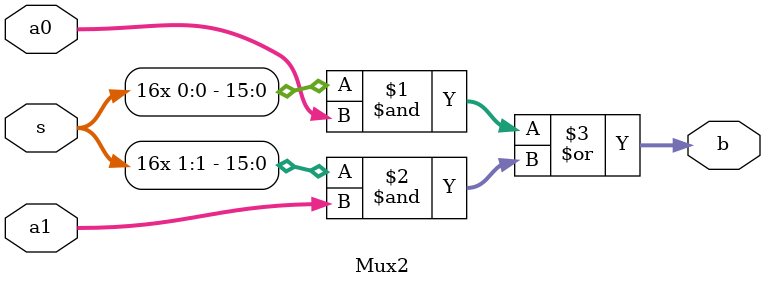
<source format=v>
module datapath(clk,readnum,vsel,loada,loadb,shift,asel,bsel,ALUop,loadc,loads,writenum,write,datapath_in,Z_out,datapath_out);

  input clk, loada, loadb, loadc, loads, asel, bsel, vsel,write;
  input [15:0] datapath_in;
  input [2:0] readnum, writenum;
  input [1:0] ALUop,shift;
  output [15:0] datapath_out;
  output Z_out;
  
  reg [15:0] Ain, Bin;
  wire Z;

   wire [15:0] data_in,data_out,sout, A_out, B_out, datapath_out,out;
   wire Z_out;

  //Declaring the D Flip Flops
  vDFFb #(16) A (clk, loada, data_out, A_out);
  vDFFb #(16) B (clk, loadb, data_out, B_out);
  vDFFb #(16) C (clk, loadc, out, datapath_out);
  vDFFc status (clk,loads, Z, Z_out);
  
  
  //Declaring the Mux's
  //Mux2 #(16) in(datapath_in,datapath_out,vsel,data_in); 
  //Mux2 #(16) amux(A_out,16'b0000000000000000,asel,Ain); 
  //Mux2 #(16) bmux(B_out,{11'b00000000000,datapath_in[4:0]},bsel,Bin);
   assign A_out = asel ? Ain : 0;
   assign B_out = bsel ? Bin : {11'b0, datapath_in[4:0]};
   assign data_in = vsel ? datapath_in : datapath_out;  

  //Declaring the Shifter
  shifter U1(
	.in(B_out), 
	.shift(shift), 
	.sout(sout));
  
  //Declaring the ALU
  ALU U2(Ain,Bin,ALUop, out,Z);
  
  //Declaring regFile
  regfile REGFILE (data_in,writenum,write,readnum,clk,data_out);
  
endmodule

//Register Load
module vDFFb(clk, en, in,out);
parameter n = 16;
input clk, en; // instantiate clk and load
input [n-1:0] in;
output [n-1:0] out;
reg [n-1:0] out;
wire [n-1:0] next_out;
assign next_out = en ? in : out; // assign next
always @ (posedge clk)
out = next_out;
endmodule


//Register Load
module vDFFc(clk, en, in,out);
input clk, en; // instantiate clk and load
input  in;
output  out;
reg  out;
wire  next_out;
assign next_out = en ? in : out; // assign next
always @ (posedge clk)
out = next_out;
endmodule

//mux2
module Mux2(a0,a1,s,b);
  parameter k = 16;
  input [k-1:0] a0,a1; // inputs
    input [7:0] s; // one-hot select
    output [k-1:0] b;  // output
    wire [k-1:0] b = ({k{s[0]}} & a0) |({k{s[1]}} & a1);
    
  endmodule  
  

</source>
